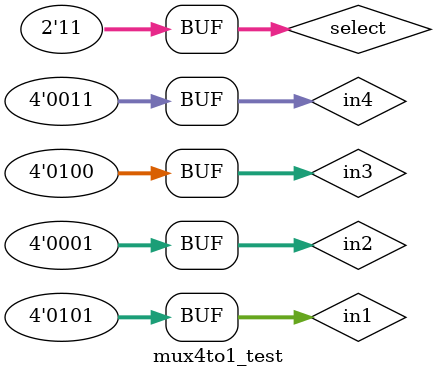
<source format=v>
`include "./mux/mux4to1.v"

module mux4to1_test ();
    reg [3: 0] in1, in2, in3, in4;
    reg [1: 0] select;
    wire [3: 0] out;
    reg [2: 0] i;

    mux4to1 U_mux4to1(
        .in1(in1),.in2(in2),.in3(in3),.in4(in4),
        .select(select),
        .out(out)
    );
    
    initial begin
        in1 = 4'b0101;
        in2 = 4'b0001;
        in3 = 4'b0100;
        in4 = 4'b0011;
        select = 2'b00;

        #5
        select = 2'b01;
        #5
        select = 2'b10;
        #5
        select = 2'b11;
        #5
        select = 2'b11;
    end

    initial begin            
        $dumpfile("./mux4to1_test.vcd");      
        $dumpvars(0, mux4to1_test);   
    end
endmodule
</source>
